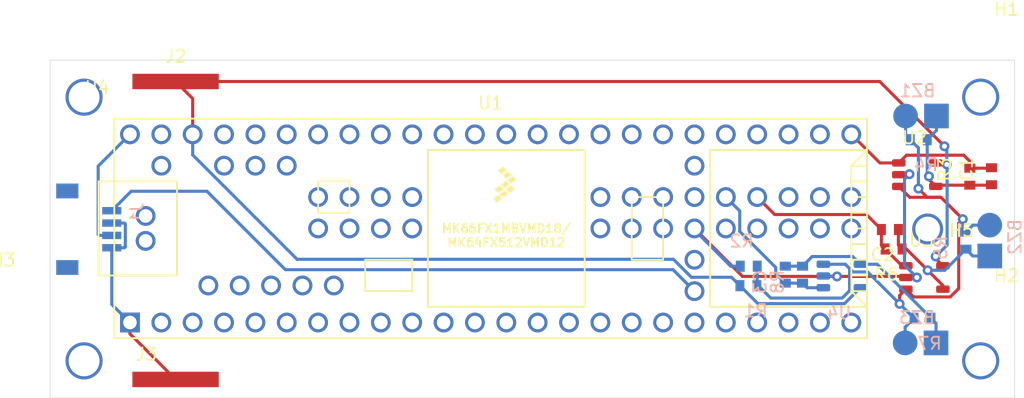
<source format=kicad_pcb>
(kicad_pcb (version 20171130) (host pcbnew 5.1.10)

  (general
    (thickness 1.6)
    (drawings 4)
    (tracks 173)
    (zones 0)
    (modules 26)
    (nets 93)
  )

  (page A4)
  (layers
    (0 F.Cu signal)
    (31 B.Cu signal)
    (32 B.Adhes user)
    (33 F.Adhes user)
    (34 B.Paste user)
    (35 F.Paste user)
    (36 B.SilkS user hide)
    (37 F.SilkS user hide)
    (38 B.Mask user)
    (39 F.Mask user)
    (40 Dwgs.User user)
    (41 Cmts.User user)
    (42 Eco1.User user)
    (43 Eco2.User user)
    (44 Edge.Cuts user)
    (45 Margin user)
    (46 B.CrtYd user hide)
    (47 F.CrtYd user hide)
    (48 B.Fab user hide)
    (49 F.Fab user hide)
  )

  (setup
    (last_trace_width 0.25)
    (trace_clearance 0.2)
    (zone_clearance 0.508)
    (zone_45_only no)
    (trace_min 0.2)
    (via_size 0.8)
    (via_drill 0.4)
    (via_min_size 0.4)
    (via_min_drill 0.3)
    (uvia_size 0.3)
    (uvia_drill 0.1)
    (uvias_allowed no)
    (uvia_min_size 0.2)
    (uvia_min_drill 0.1)
    (edge_width 0.05)
    (segment_width 0.2)
    (pcb_text_width 0.3)
    (pcb_text_size 1.5 1.5)
    (mod_edge_width 0.12)
    (mod_text_size 1 1)
    (mod_text_width 0.15)
    (pad_size 7 1.25)
    (pad_drill 0)
    (pad_to_mask_clearance 0)
    (aux_axis_origin 0 0)
    (visible_elements 7FFFFFFF)
    (pcbplotparams
      (layerselection 0x010cc_ffffffff)
      (usegerberextensions false)
      (usegerberattributes true)
      (usegerberadvancedattributes true)
      (creategerberjobfile true)
      (excludeedgelayer true)
      (linewidth 0.100000)
      (plotframeref false)
      (viasonmask false)
      (mode 1)
      (useauxorigin false)
      (hpglpennumber 1)
      (hpglpenspeed 20)
      (hpglpendiameter 15.000000)
      (psnegative false)
      (psa4output false)
      (plotreference true)
      (plotvalue true)
      (plotinvisibletext false)
      (padsonsilk false)
      (subtractmaskfromsilk false)
      (outputformat 1)
      (mirror false)
      (drillshape 0)
      (scaleselection 1)
      (outputdirectory "grbl_output/"))
  )

  (net 0 "")
  (net 1 VGND)
  (net 2 UNAMP15)
  (net 3 UNAMP16)
  (net 4 UNAMP17)
  (net 5 AMP15)
  (net 6 AMP16)
  (net 7 AMP17)
  (net 8 "Net-(J1-Pad5)")
  (net 9 +3V3)
  (net 10 AMP1)
  (net 11 GND)
  (net 12 AMP2)
  (net 13 AMP4)
  (net 14 AMP3)
  (net 15 AMP8)
  (net 16 AMP7)
  (net 17 AMP6)
  (net 18 AMP11)
  (net 19 AMP10)
  (net 20 AMP9)
  (net 21 AMP14)
  (net 22 AMP13)
  (net 23 AMP12)
  (net 24 "Net-(U1-Pad87)")
  (net 25 "Net-(U1-Pad88)")
  (net 26 "Net-(U1-Pad86)")
  (net 27 "Net-(U1-Pad85)")
  (net 28 "Net-(U1-Pad84)")
  (net 29 "Net-(U1-Pad83)")
  (net 30 "Net-(U1-Pad66)")
  (net 31 "Net-(U1-Pad65)")
  (net 32 "Net-(U1-Pad63)")
  (net 33 "Net-(U1-Pad64)")
  (net 34 "Net-(U1-Pad67)")
  (net 35 "Net-(U1-Pad82)")
  (net 36 "Net-(U1-Pad68)")
  (net 37 "Net-(U1-Pad81)")
  (net 38 "Net-(U1-Pad69)")
  (net 39 "Net-(U1-Pad80)")
  (net 40 "Net-(U1-Pad74)")
  (net 41 "Net-(U1-Pad75)")
  (net 42 "Net-(U1-Pad70)")
  (net 43 "Net-(U1-Pad71)")
  (net 44 "Net-(U1-Pad72)")
  (net 45 "Net-(U1-Pad73)")
  (net 46 "Net-(U1-Pad76)")
  (net 47 "Net-(U1-Pad77)")
  (net 48 "Net-(U1-Pad62)")
  (net 49 "Net-(U1-Pad61)")
  (net 50 "Net-(U1-Pad60)")
  (net 51 "Net-(U1-Pad59)")
  (net 52 "Net-(U1-Pad58)")
  (net 53 "Net-(U1-Pad55)")
  (net 54 "Net-(U1-Pad54)")
  (net 55 "Net-(U1-Pad52)")
  (net 56 "Net-(U1-Pad40)")
  (net 57 "Net-(U1-Pad39)")
  (net 58 "Net-(U1-Pad38)")
  (net 59 "Net-(U1-Pad2)")
  (net 60 "Net-(U1-Pad3)")
  (net 61 "Net-(U1-Pad4)")
  (net 62 "Net-(U1-Pad5)")
  (net 63 "Net-(U1-Pad6)")
  (net 64 "Net-(U1-Pad7)")
  (net 65 "Net-(U1-Pad8)")
  (net 66 "Net-(U1-Pad9)")
  (net 67 "Net-(U1-Pad10)")
  (net 68 "Net-(U1-Pad11)")
  (net 69 "Net-(U1-Pad12)")
  (net 70 "Net-(U1-Pad13)")
  (net 71 "Net-(U1-Pad37)")
  (net 72 "Net-(U1-Pad29)")
  (net 73 "Net-(U1-Pad28)")
  (net 74 "Net-(U1-Pad26)")
  (net 75 "Net-(U1-Pad22)")
  (net 76 "Net-(U1-Pad21)")
  (net 77 "Net-(U1-Pad14)")
  (net 78 "Net-(U1-Pad15)")
  (net 79 "Net-(U1-Pad16)")
  (net 80 "Net-(U1-Pad20)")
  (net 81 "Net-(U1-Pad19)")
  (net 82 "Net-(U1-Pad18)")
  (net 83 "Net-(U1-Pad17)")
  (net 84 "Net-(U1-Pad57)")
  (net 85 "Net-(U1-Pad56)")
  (net 86 "Net-(U1-Pad50)")
  (net 87 "Net-(U1-Pad24)")
  (net 88 "Net-(U1-Pad23)")
  (net 89 "Net-(U1-Pad49)")
  (net 90 "Net-(U1-Pad48)")
  (net 91 RTCBat)
  (net 92 BAT)

  (net_class Default "This is the default net class."
    (clearance 0.2)
    (trace_width 0.25)
    (via_dia 0.8)
    (via_drill 0.4)
    (uvia_dia 0.3)
    (uvia_drill 0.1)
    (add_net +3V3)
    (add_net AMP1)
    (add_net AMP10)
    (add_net AMP11)
    (add_net AMP12)
    (add_net AMP13)
    (add_net AMP14)
    (add_net AMP15)
    (add_net AMP16)
    (add_net AMP17)
    (add_net AMP2)
    (add_net AMP3)
    (add_net AMP4)
    (add_net AMP6)
    (add_net AMP7)
    (add_net AMP8)
    (add_net AMP9)
    (add_net BAT)
    (add_net GND)
    (add_net "Net-(J1-Pad5)")
    (add_net "Net-(U1-Pad10)")
    (add_net "Net-(U1-Pad11)")
    (add_net "Net-(U1-Pad12)")
    (add_net "Net-(U1-Pad13)")
    (add_net "Net-(U1-Pad14)")
    (add_net "Net-(U1-Pad15)")
    (add_net "Net-(U1-Pad16)")
    (add_net "Net-(U1-Pad17)")
    (add_net "Net-(U1-Pad18)")
    (add_net "Net-(U1-Pad19)")
    (add_net "Net-(U1-Pad2)")
    (add_net "Net-(U1-Pad20)")
    (add_net "Net-(U1-Pad21)")
    (add_net "Net-(U1-Pad22)")
    (add_net "Net-(U1-Pad23)")
    (add_net "Net-(U1-Pad24)")
    (add_net "Net-(U1-Pad26)")
    (add_net "Net-(U1-Pad28)")
    (add_net "Net-(U1-Pad29)")
    (add_net "Net-(U1-Pad3)")
    (add_net "Net-(U1-Pad37)")
    (add_net "Net-(U1-Pad38)")
    (add_net "Net-(U1-Pad39)")
    (add_net "Net-(U1-Pad4)")
    (add_net "Net-(U1-Pad40)")
    (add_net "Net-(U1-Pad48)")
    (add_net "Net-(U1-Pad49)")
    (add_net "Net-(U1-Pad5)")
    (add_net "Net-(U1-Pad50)")
    (add_net "Net-(U1-Pad52)")
    (add_net "Net-(U1-Pad54)")
    (add_net "Net-(U1-Pad55)")
    (add_net "Net-(U1-Pad56)")
    (add_net "Net-(U1-Pad57)")
    (add_net "Net-(U1-Pad58)")
    (add_net "Net-(U1-Pad59)")
    (add_net "Net-(U1-Pad6)")
    (add_net "Net-(U1-Pad60)")
    (add_net "Net-(U1-Pad61)")
    (add_net "Net-(U1-Pad62)")
    (add_net "Net-(U1-Pad63)")
    (add_net "Net-(U1-Pad64)")
    (add_net "Net-(U1-Pad65)")
    (add_net "Net-(U1-Pad66)")
    (add_net "Net-(U1-Pad67)")
    (add_net "Net-(U1-Pad68)")
    (add_net "Net-(U1-Pad69)")
    (add_net "Net-(U1-Pad7)")
    (add_net "Net-(U1-Pad70)")
    (add_net "Net-(U1-Pad71)")
    (add_net "Net-(U1-Pad72)")
    (add_net "Net-(U1-Pad73)")
    (add_net "Net-(U1-Pad74)")
    (add_net "Net-(U1-Pad75)")
    (add_net "Net-(U1-Pad76)")
    (add_net "Net-(U1-Pad77)")
    (add_net "Net-(U1-Pad8)")
    (add_net "Net-(U1-Pad80)")
    (add_net "Net-(U1-Pad81)")
    (add_net "Net-(U1-Pad82)")
    (add_net "Net-(U1-Pad83)")
    (add_net "Net-(U1-Pad84)")
    (add_net "Net-(U1-Pad85)")
    (add_net "Net-(U1-Pad86)")
    (add_net "Net-(U1-Pad87)")
    (add_net "Net-(U1-Pad88)")
    (add_net "Net-(U1-Pad9)")
    (add_net RTCBat)
    (add_net UNAMP15)
    (add_net UNAMP16)
    (add_net UNAMP17)
    (add_net VGND)
  )

  (module exocam_charge_amp:mount_hole_2.5mm (layer F.Cu) (tedit 61030A3E) (tstamp 610300ED)
    (at 126.9492 78.8797)
    (path /61037EA1)
    (fp_text reference H5 (at 1.4605 4.318) (layer F.SilkS)
      (effects (font (size 1 1) (thickness 0.15)))
    )
    (fp_text value MountingHole-Mechanical (at 0 -0.5) (layer F.Fab)
      (effects (font (size 1 1) (thickness 0.15)))
    )
    (pad 1 thru_hole circle (at -1.27 4.1873) (size 2.5 2.5) (drill 2) (layers *.Cu *.Mask))
  )

  (module exocam_charge_amp:mount_hole_3mm (layer F.Cu) (tedit 61165565) (tstamp 610E0CF4)
    (at 50.8 85.09)
    (path /60F8850D)
    (fp_text reference H3 (at 0 0.5) (layer F.SilkS)
      (effects (font (size 1 1) (thickness 0.15)))
    )
    (fp_text value MountingHole-Mechanical (at 0 -0.5) (layer F.Fab)
      (effects (font (size 1 1) (thickness 0.15)))
    )
    (pad 1 thru_hole circle (at 6.56 8.654) (size 3 3) (drill 2.5) (layers *.Cu *.Mask))
  )

  (module exocam_charge_amp:mount_hole_3mm (layer F.Cu) (tedit 6116555F) (tstamp 610E0848)
    (at 58.42 71.12)
    (path /60F8942D)
    (fp_text reference H4 (at 0 0.5) (layer F.SilkS)
      (effects (font (size 1 1) (thickness 0.15)))
    )
    (fp_text value MountingHole-Mechanical (at 0 -0.5) (layer F.Fab)
      (effects (font (size 1 1) (thickness 0.15)))
    )
    (pad 1 thru_hole circle (at -1.06 1.27) (size 3 3) (drill 2.5) (layers *.Cu *.Mask))
  )

  (module exocam_charge_amp:mount_hole_3mm (layer F.Cu) (tedit 61165578) (tstamp 610E083E)
    (at 132.08 86.36)
    (path /60F875E4)
    (fp_text reference H2 (at 0 0.5) (layer F.SilkS)
      (effects (font (size 1 1) (thickness 0.15)))
    )
    (fp_text value MountingHole-Mechanical (at 0 -0.5) (layer F.Fab)
      (effects (font (size 1 1) (thickness 0.15)))
    )
    (pad 1 thru_hole circle (at -2.106 7.384) (size 3 3) (drill 2.5) (layers *.Cu *.Mask))
  )

  (module exocam_charge_amp:mount_hole_3mm (layer F.Cu) (tedit 6116556A) (tstamp 610E0839)
    (at 132.08 64.77)
    (path /60F7FB22)
    (fp_text reference H1 (at 0 0.5) (layer F.SilkS)
      (effects (font (size 1 1) (thickness 0.15)))
    )
    (fp_text value MountingHole-Mechanical (at 0 -0.5) (layer F.Fab)
      (effects (font (size 1 1) (thickness 0.15)))
    )
    (pad 1 thru_hole circle (at -2.106 7.62) (size 3 3) (drill 2.5) (layers *.Cu *.Mask))
  )

  (module exocam_charge_amp:power_bus (layer F.Cu) (tedit 611656B1) (tstamp 61165835)
    (at 62.4078 92.71)
    (path /610C1AF2)
    (fp_text reference J3 (at 0 0.5) (layer F.SilkS)
      (effects (font (size 1 1) (thickness 0.15)))
    )
    (fp_text value GND_bus (at 0 -0.5) (layer F.Fab)
      (effects (font (size 1 1) (thickness 0.15)))
    )
    (pad 1 smd rect (at 2.3622 2.54) (size 7 1.25) (layers F.Cu F.Paste F.Mask)
      (net 11 GND))
  )

  (module exocam_charge_amp:power_bus (layer F.Cu) (tedit 610337DF) (tstamp 6103657A)
    (at 64.77 68.58)
    (path /610BF40F)
    (fp_text reference J2 (at 0 0.5) (layer F.SilkS)
      (effects (font (size 1 1) (thickness 0.15)))
    )
    (fp_text value "3.3v bus" (at 0 -0.5) (layer F.Fab)
      (effects (font (size 1 1) (thickness 0.15)))
    )
    (pad 1 smd rect (at 0 2.54) (size 7 1.25) (layers F.Cu F.Paste F.Mask)
      (net 9 +3V3))
  )

  (module teensy:Teensy35_36_All_Pins (layer F.Cu) (tedit 6026F021) (tstamp 61025451)
    (at 90.2843 83.0199)
    (path /60EFC6FB)
    (fp_text reference U1 (at 0 -10.16) (layer F.SilkS)
      (effects (font (size 1 1) (thickness 0.15)))
    )
    (fp_text value Teensy3.5_All_Pins (at 6.2484 26.9113) (layer F.Fab)
      (effects (font (size 1 1) (thickness 0.15)))
    )
    (fp_poly (pts (xy 1.27 -3.81) (xy 1.524 -3.556) (xy 1.143 -3.302) (xy 0.889 -3.556)) (layer F.SilkS) (width 0.1))
    (fp_poly (pts (xy 1.397 -4.572) (xy 1.651 -4.318) (xy 1.27 -4.064) (xy 1.016 -4.318)) (layer F.SilkS) (width 0.1))
    (fp_poly (pts (xy 1.651 -3.429) (xy 1.905 -3.175) (xy 1.524 -2.921) (xy 1.27 -3.175)) (layer F.SilkS) (width 0.1))
    (fp_poly (pts (xy 1.143 -3.048) (xy 1.397 -2.794) (xy 1.016 -2.54) (xy 0.762 -2.794)) (layer F.SilkS) (width 0.1))
    (fp_poly (pts (xy 1.778 -4.191) (xy 2.032 -3.937) (xy 1.651 -3.683) (xy 1.397 -3.937)) (layer F.SilkS) (width 0.1))
    (fp_poly (pts (xy 0.635 -2.667) (xy 0.889 -2.413) (xy 0.508 -2.159) (xy 0.254 -2.413)) (layer F.SilkS) (width 0.1))
    (fp_poly (pts (xy 0.762 -3.429) (xy 1.016 -3.175) (xy 0.635 -2.921) (xy 0.381 -3.175)) (layer F.SilkS) (width 0.1))
    (fp_poly (pts (xy 1.016 -4.953) (xy 1.27 -4.699) (xy 0.889 -4.445) (xy 0.635 -4.699)) (layer F.SilkS) (width 0.1))
    (fp_line (start -30.48 8.89) (end -30.48 -8.89) (layer F.SilkS) (width 0.15))
    (fp_line (start 30.48 -8.89) (end 30.48 8.89) (layer F.SilkS) (width 0.15))
    (fp_line (start 11.43 -2.54) (end 13.97 -2.54) (layer F.SilkS) (width 0.15))
    (fp_line (start 11.43 2.54) (end 11.43 -2.54) (layer F.SilkS) (width 0.15))
    (fp_line (start 13.97 2.54) (end 11.43 2.54) (layer F.SilkS) (width 0.15))
    (fp_line (start 13.97 -2.54) (end 13.97 2.54) (layer F.SilkS) (width 0.15))
    (fp_line (start -25.4 3.81) (end -30.48 3.81) (layer F.SilkS) (width 0.15))
    (fp_line (start -25.4 -3.81) (end -30.48 -3.81) (layer F.SilkS) (width 0.15))
    (fp_line (start -25.4 3.81) (end -25.4 -3.81) (layer F.SilkS) (width 0.15))
    (fp_line (start -31.75 -3.81) (end -30.48 -3.81) (layer F.SilkS) (width 0.15))
    (fp_line (start -31.75 3.81) (end -31.75 -3.81) (layer F.SilkS) (width 0.15))
    (fp_line (start -30.48 3.81) (end -31.75 3.81) (layer F.SilkS) (width 0.15))
    (fp_line (start -30.48 8.89) (end 30.48 8.89) (layer F.SilkS) (width 0.15))
    (fp_line (start 30.48 -8.89) (end -30.48 -8.89) (layer F.SilkS) (width 0.15))
    (fp_line (start 17.78 6.35) (end 30.48 6.35) (layer F.SilkS) (width 0.15))
    (fp_line (start 17.78 -6.35) (end 17.78 6.35) (layer F.SilkS) (width 0.15))
    (fp_line (start 30.48 -6.35) (end 17.78 -6.35) (layer F.SilkS) (width 0.15))
    (fp_line (start 29.21 -5.08) (end 30.48 -6.35) (layer F.SilkS) (width 0.15))
    (fp_line (start 29.21 5.08) (end 29.21 -5.08) (layer F.SilkS) (width 0.15))
    (fp_line (start 30.48 6.35) (end 29.21 5.08) (layer F.SilkS) (width 0.15))
    (fp_line (start 29.21 -5.08) (end 30.48 -5.08) (layer F.SilkS) (width 0.15))
    (fp_line (start 29.21 -3.81) (end 30.48 -3.81) (layer F.SilkS) (width 0.15))
    (fp_line (start 29.21 -2.54) (end 30.48 -2.54) (layer F.SilkS) (width 0.15))
    (fp_line (start 29.21 -1.27) (end 30.48 -1.27) (layer F.SilkS) (width 0.15))
    (fp_line (start 29.21 0) (end 30.48 0) (layer F.SilkS) (width 0.15))
    (fp_line (start 29.21 1.27) (end 30.48 1.27) (layer F.SilkS) (width 0.15))
    (fp_line (start 29.21 2.54) (end 30.48 2.54) (layer F.SilkS) (width 0.15))
    (fp_line (start 29.21 3.81) (end 30.48 3.81) (layer F.SilkS) (width 0.15))
    (fp_line (start 29.21 5.08) (end 30.48 5.08) (layer F.SilkS) (width 0.15))
    (fp_line (start -5.08 -6.35) (end 7.62 -6.35) (layer F.SilkS) (width 0.15))
    (fp_line (start -5.08 6.35) (end 7.62 6.35) (layer F.SilkS) (width 0.15))
    (fp_line (start -5.08 -6.35) (end -5.08 6.35) (layer F.SilkS) (width 0.15))
    (fp_line (start 7.62 6.35) (end 7.62 -6.35) (layer F.SilkS) (width 0.15))
    (fp_line (start -6.35 2.54) (end -6.35 5.08) (layer F.SilkS) (width 0.15))
    (fp_line (start -10.16 2.54) (end -6.35 2.54) (layer F.SilkS) (width 0.15))
    (fp_line (start -10.16 5.08) (end -10.16 2.54) (layer F.SilkS) (width 0.15))
    (fp_line (start -6.35 5.08) (end -10.16 5.08) (layer F.SilkS) (width 0.15))
    (fp_line (start -11.43 -3.81) (end -13.97 -3.81) (layer F.SilkS) (width 0.15))
    (fp_line (start -11.43 -1.27) (end -11.43 -3.81) (layer F.SilkS) (width 0.15))
    (fp_line (start -13.97 -1.27) (end -11.43 -1.27) (layer F.SilkS) (width 0.15))
    (fp_line (start -13.97 -3.81) (end -13.97 -1.27) (layer F.SilkS) (width 0.15))
    (fp_text user MK64FX512VMD12 (at 1.27 1.143) (layer F.SilkS)
      (effects (font (size 0.7 0.7) (thickness 0.15)))
    )
    (fp_text user MK66FX1MBVMD18/ (at 1.27 0) (layer F.SilkS)
      (effects (font (size 0.7 0.7) (thickness 0.15)))
    )
    (pad 87 thru_hole circle (at -27.94 -1.01) (size 1.6 1.6) (drill 1.1) (layers *.Cu *.Mask)
      (net 24 "Net-(U1-Pad87)"))
    (pad 88 thru_hole circle (at -27.94 1.01) (size 1.6 1.6) (drill 1.1) (layers *.Cu *.Mask)
      (net 25 "Net-(U1-Pad88)"))
    (pad 86 thru_hole circle (at -13.97 -2.54) (size 1.6 1.6) (drill 1.1) (layers *.Cu *.Mask)
      (net 26 "Net-(U1-Pad86)"))
    (pad 85 thru_hole circle (at -11.43 -2.54) (size 1.6 1.6) (drill 1.1) (layers *.Cu *.Mask)
      (net 27 "Net-(U1-Pad85)"))
    (pad 84 thru_hole circle (at -8.89 -2.54) (size 1.6 1.6) (drill 1.1) (layers *.Cu *.Mask)
      (net 28 "Net-(U1-Pad84)"))
    (pad 83 thru_hole circle (at -6.35 -2.54) (size 1.6 1.6) (drill 1.1) (layers *.Cu *.Mask)
      (net 29 "Net-(U1-Pad83)"))
    (pad 66 thru_hole circle (at -6.35 0) (size 1.6 1.6) (drill 1.1) (layers *.Cu *.Mask)
      (net 30 "Net-(U1-Pad66)"))
    (pad 65 thru_hole circle (at -8.89 0) (size 1.6 1.6) (drill 1.1) (layers *.Cu *.Mask)
      (net 31 "Net-(U1-Pad65)"))
    (pad 63 thru_hole circle (at -13.97 0) (size 1.6 1.6) (drill 1.1) (layers *.Cu *.Mask)
      (net 32 "Net-(U1-Pad63)"))
    (pad 64 thru_hole circle (at -11.43 0) (size 1.6 1.6) (drill 1.1) (layers *.Cu *.Mask)
      (net 33 "Net-(U1-Pad64)"))
    (pad 67 thru_hole circle (at 8.89 0) (size 1.6 1.6) (drill 1.1) (layers *.Cu *.Mask)
      (net 34 "Net-(U1-Pad67)"))
    (pad 82 thru_hole circle (at 8.89 -2.54) (size 1.6 1.6) (drill 1.1) (layers *.Cu *.Mask)
      (net 35 "Net-(U1-Pad82)"))
    (pad 68 thru_hole circle (at 11.43 0) (size 1.6 1.6) (drill 1.1) (layers *.Cu *.Mask)
      (net 36 "Net-(U1-Pad68)"))
    (pad 81 thru_hole circle (at 11.43 -2.54) (size 1.6 1.6) (drill 1.1) (layers *.Cu *.Mask)
      (net 37 "Net-(U1-Pad81)"))
    (pad 69 thru_hole circle (at 13.97 0) (size 1.6 1.6) (drill 1.1) (layers *.Cu *.Mask)
      (net 38 "Net-(U1-Pad69)"))
    (pad 80 thru_hole circle (at 13.97 -2.54) (size 1.6 1.6) (drill 1.1) (layers *.Cu *.Mask)
      (net 39 "Net-(U1-Pad80)"))
    (pad 74 thru_hole circle (at 29.21 0) (size 1.6 1.6) (drill 1.1) (layers *.Cu *.Mask)
      (net 40 "Net-(U1-Pad74)"))
    (pad 75 thru_hole circle (at 29.21 -2.54) (size 1.6 1.6) (drill 1.1) (layers *.Cu *.Mask)
      (net 41 "Net-(U1-Pad75)"))
    (pad 70 thru_hole circle (at 19.05 0) (size 1.6 1.6) (drill 1.1) (layers *.Cu *.Mask)
      (net 42 "Net-(U1-Pad70)"))
    (pad 71 thru_hole circle (at 21.59 0) (size 1.6 1.6) (drill 1.1) (layers *.Cu *.Mask)
      (net 43 "Net-(U1-Pad71)"))
    (pad 72 thru_hole circle (at 24.13 0) (size 1.6 1.6) (drill 1.1) (layers *.Cu *.Mask)
      (net 44 "Net-(U1-Pad72)"))
    (pad 73 thru_hole circle (at 26.67 0) (size 1.6 1.6) (drill 1.1) (layers *.Cu *.Mask)
      (net 45 "Net-(U1-Pad73)"))
    (pad 76 thru_hole circle (at 26.67 -2.54) (size 1.6 1.6) (drill 1.1) (layers *.Cu *.Mask)
      (net 46 "Net-(U1-Pad76)"))
    (pad 77 thru_hole circle (at 24.13 -2.54) (size 1.6 1.6) (drill 1.1) (layers *.Cu *.Mask)
      (net 47 "Net-(U1-Pad77)"))
    (pad 78 thru_hole circle (at 21.59 -2.54) (size 1.6 1.6) (drill 1.1) (layers *.Cu *.Mask)
      (net 6 AMP16))
    (pad 79 thru_hole circle (at 19.05 -2.54) (size 1.6 1.6) (drill 1.1) (layers *.Cu *.Mask)
      (net 7 AMP17))
    (pad 62 thru_hole circle (at -12.7 4.62) (size 1.6 1.6) (drill 1.1) (layers *.Cu *.Mask)
      (net 48 "Net-(U1-Pad62)"))
    (pad 61 thru_hole circle (at -15.24 4.62) (size 1.6 1.6) (drill 1.1) (layers *.Cu *.Mask)
      (net 49 "Net-(U1-Pad61)"))
    (pad 60 thru_hole circle (at -17.78 4.62) (size 1.6 1.6) (drill 1.1) (layers *.Cu *.Mask)
      (net 50 "Net-(U1-Pad60)"))
    (pad 59 thru_hole circle (at -20.32 4.62) (size 1.6 1.6) (drill 1.1) (layers *.Cu *.Mask)
      (net 51 "Net-(U1-Pad59)"))
    (pad 58 thru_hole circle (at -22.86 4.62) (size 1.6 1.6) (drill 1.1) (layers *.Cu *.Mask)
      (net 52 "Net-(U1-Pad58)"))
    (pad 57 thru_hole circle (at -16.51 -5.08) (size 1.6 1.6) (drill 1.1) (layers *.Cu *.Mask)
      (net 84 "Net-(U1-Pad57)"))
    (pad 56 thru_hole circle (at -19.05 -5.08) (size 1.6 1.6) (drill 1.1) (layers *.Cu *.Mask)
      (net 85 "Net-(U1-Pad56)"))
    (pad 55 thru_hole circle (at -21.59 -5.08) (size 1.6 1.6) (drill 1.1) (layers *.Cu *.Mask)
      (net 53 "Net-(U1-Pad55)"))
    (pad 54 thru_hole circle (at -26.67 -5.08) (size 1.6 1.6) (drill 1.1) (layers *.Cu *.Mask)
      (net 54 "Net-(U1-Pad54)"))
    (pad 53 thru_hole circle (at -29.21 -7.62) (size 1.6 1.6) (drill 1.1) (layers *.Cu *.Mask)
      (net 92 BAT))
    (pad 52 thru_hole circle (at -26.67 -7.62) (size 1.6 1.6) (drill 1.1) (layers *.Cu *.Mask)
      (net 55 "Net-(U1-Pad52)"))
    (pad 51 thru_hole circle (at -24.13 -7.62) (size 1.6 1.6) (drill 1.1) (layers *.Cu *.Mask)
      (net 9 +3V3))
    (pad 50 thru_hole circle (at -21.59 -7.62) (size 1.6 1.6) (drill 1.1) (layers *.Cu *.Mask)
      (net 86 "Net-(U1-Pad50)"))
    (pad 49 thru_hole circle (at -19.05 -7.62) (size 1.6 1.6) (drill 1.1) (layers *.Cu *.Mask)
      (net 89 "Net-(U1-Pad49)"))
    (pad 48 thru_hole circle (at -16.51 -7.62) (size 1.6 1.6) (drill 1.1) (layers *.Cu *.Mask)
      (net 90 "Net-(U1-Pad48)"))
    (pad 47 thru_hole circle (at -13.97 -7.62) (size 1.6 1.6) (drill 1.1) (layers *.Cu *.Mask)
      (net 21 AMP14))
    (pad 46 thru_hole circle (at -11.43 -7.62) (size 1.6 1.6) (drill 1.1) (layers *.Cu *.Mask)
      (net 22 AMP13))
    (pad 45 thru_hole circle (at -8.89 -7.62) (size 1.6 1.6) (drill 1.1) (layers *.Cu *.Mask)
      (net 23 AMP12))
    (pad 44 thru_hole circle (at -6.35 -7.62) (size 1.6 1.6) (drill 1.1) (layers *.Cu *.Mask)
      (net 13 AMP4))
    (pad 43 thru_hole circle (at -3.81 -7.62) (size 1.6 1.6) (drill 1.1) (layers *.Cu *.Mask)
      (net 14 AMP3))
    (pad 42 thru_hole circle (at -1.27 -7.62) (size 1.6 1.6) (drill 1.1) (layers *.Cu *.Mask)
      (net 12 AMP2))
    (pad 41 thru_hole circle (at 1.27 -7.62) (size 1.6 1.6) (drill 1.1) (layers *.Cu *.Mask)
      (net 10 AMP1))
    (pad 40 thru_hole circle (at 3.81 -7.62) (size 1.6 1.6) (drill 1.1) (layers *.Cu *.Mask)
      (net 56 "Net-(U1-Pad40)"))
    (pad 39 thru_hole circle (at 6.35 -7.62) (size 1.6 1.6) (drill 1.1) (layers *.Cu *.Mask)
      (net 57 "Net-(U1-Pad39)"))
    (pad 38 thru_hole circle (at 8.89 -7.62) (size 1.6 1.6) (drill 1.1) (layers *.Cu *.Mask)
      (net 58 "Net-(U1-Pad38)"))
    (pad 1 thru_hole rect (at -29.21 7.62) (size 1.6 1.6) (drill 1.1) (layers *.Cu *.Mask)
      (net 11 GND))
    (pad 2 thru_hole circle (at -26.67 7.62) (size 1.6 1.6) (drill 1.1) (layers *.Cu *.Mask)
      (net 59 "Net-(U1-Pad2)"))
    (pad 3 thru_hole circle (at -24.13 7.62) (size 1.6 1.6) (drill 1.1) (layers *.Cu *.Mask)
      (net 60 "Net-(U1-Pad3)"))
    (pad 4 thru_hole circle (at -21.59 7.62) (size 1.6 1.6) (drill 1.1) (layers *.Cu *.Mask)
      (net 61 "Net-(U1-Pad4)"))
    (pad 5 thru_hole circle (at -19.05 7.62) (size 1.6 1.6) (drill 1.1) (layers *.Cu *.Mask)
      (net 62 "Net-(U1-Pad5)"))
    (pad 6 thru_hole circle (at -16.51 7.62) (size 1.6 1.6) (drill 1.1) (layers *.Cu *.Mask)
      (net 63 "Net-(U1-Pad6)"))
    (pad 7 thru_hole circle (at -13.97 7.62) (size 1.6 1.6) (drill 1.1) (layers *.Cu *.Mask)
      (net 64 "Net-(U1-Pad7)"))
    (pad 8 thru_hole circle (at -11.43 7.62) (size 1.6 1.6) (drill 1.1) (layers *.Cu *.Mask)
      (net 65 "Net-(U1-Pad8)"))
    (pad 9 thru_hole circle (at -8.89 7.62) (size 1.6 1.6) (drill 1.1) (layers *.Cu *.Mask)
      (net 66 "Net-(U1-Pad9)"))
    (pad 10 thru_hole circle (at -6.35 7.62) (size 1.6 1.6) (drill 1.1) (layers *.Cu *.Mask)
      (net 67 "Net-(U1-Pad10)"))
    (pad 11 thru_hole circle (at -3.81 7.62) (size 1.6 1.6) (drill 1.1) (layers *.Cu *.Mask)
      (net 68 "Net-(U1-Pad11)"))
    (pad 12 thru_hole circle (at -1.27 7.62) (size 1.6 1.6) (drill 1.1) (layers *.Cu *.Mask)
      (net 69 "Net-(U1-Pad12)"))
    (pad 13 thru_hole circle (at 1.27 7.62) (size 1.6 1.6) (drill 1.1) (layers *.Cu *.Mask)
      (net 70 "Net-(U1-Pad13)"))
    (pad 37 thru_hole circle (at 11.43 -7.62) (size 1.6 1.6) (drill 1.1) (layers *.Cu *.Mask)
      (net 71 "Net-(U1-Pad37)"))
    (pad 36 thru_hole circle (at 13.97 -7.62) (size 1.6 1.6) (drill 1.1) (layers *.Cu *.Mask)
      (net 18 AMP11))
    (pad 35 thru_hole circle (at 16.51 -7.62) (size 1.6 1.6) (drill 1.1) (layers *.Cu *.Mask)
      (net 19 AMP10))
    (pad 34 thru_hole circle (at 19.05 -7.62) (size 1.6 1.6) (drill 1.1) (layers *.Cu *.Mask)
      (net 20 AMP9))
    (pad 33 thru_hole circle (at 21.59 -7.62) (size 1.6 1.6) (drill 1.1) (layers *.Cu *.Mask)
      (net 15 AMP8))
    (pad 32 thru_hole circle (at 24.13 -7.62) (size 1.6 1.6) (drill 1.1) (layers *.Cu *.Mask)
      (net 16 AMP7))
    (pad 31 thru_hole circle (at 26.67 -7.62) (size 1.6 1.6) (drill 1.1) (layers *.Cu *.Mask)
      (net 17 AMP6))
    (pad 30 thru_hole circle (at 29.21 -7.62) (size 1.6 1.6) (drill 1.1) (layers *.Cu *.Mask)
      (net 5 AMP15))
    (pad 29 thru_hole circle (at 16.51 -5.08) (size 1.6 1.6) (drill 1.1) (layers *.Cu *.Mask)
      (net 72 "Net-(U1-Pad29)"))
    (pad 28 thru_hole circle (at 16.51 -2.54) (size 1.6 1.6) (drill 1.1) (layers *.Cu *.Mask)
      (net 73 "Net-(U1-Pad28)"))
    (pad 27 thru_hole circle (at 16.51 0) (size 1.6 1.6) (drill 1.1) (layers *.Cu *.Mask)
      (net 11 GND))
    (pad 26 thru_hole circle (at 16.51 2.54) (size 1.6 1.6) (drill 1.1) (layers *.Cu *.Mask)
      (net 74 "Net-(U1-Pad26)"))
    (pad 25 thru_hole circle (at 16.51 5.08) (size 1.6 1.6) (drill 1.1) (layers *.Cu *.Mask)
      (net 91 RTCBat))
    (pad 24 thru_hole circle (at 29.21 7.62) (size 1.6 1.6) (drill 1.1) (layers *.Cu *.Mask)
      (net 87 "Net-(U1-Pad24)"))
    (pad 23 thru_hole circle (at 26.67 7.62) (size 1.6 1.6) (drill 1.1) (layers *.Cu *.Mask)
      (net 88 "Net-(U1-Pad23)"))
    (pad 22 thru_hole circle (at 24.13 7.62) (size 1.6 1.6) (drill 1.1) (layers *.Cu *.Mask)
      (net 75 "Net-(U1-Pad22)"))
    (pad 21 thru_hole circle (at 21.59 7.62) (size 1.6 1.6) (drill 1.1) (layers *.Cu *.Mask)
      (net 76 "Net-(U1-Pad21)"))
    (pad 14 thru_hole circle (at 3.81 7.62) (size 1.6 1.6) (drill 1.1) (layers *.Cu *.Mask)
      (net 77 "Net-(U1-Pad14)"))
    (pad 15 thru_hole circle (at 6.35 7.62) (size 1.6 1.6) (drill 1.1) (layers *.Cu *.Mask)
      (net 78 "Net-(U1-Pad15)"))
    (pad 16 thru_hole circle (at 8.89 7.62) (size 1.6 1.6) (drill 1.1) (layers *.Cu *.Mask)
      (net 79 "Net-(U1-Pad16)"))
    (pad 20 thru_hole circle (at 19.05 7.62) (size 1.6 1.6) (drill 1.1) (layers *.Cu *.Mask)
      (net 80 "Net-(U1-Pad20)"))
    (pad 19 thru_hole circle (at 16.51 7.62) (size 1.6 1.6) (drill 1.1) (layers *.Cu *.Mask)
      (net 81 "Net-(U1-Pad19)"))
    (pad 18 thru_hole circle (at 13.97 7.62) (size 1.6 1.6) (drill 1.1) (layers *.Cu *.Mask)
      (net 82 "Net-(U1-Pad18)"))
    (pad 17 thru_hole circle (at 11.43 7.62) (size 1.6 1.6) (drill 1.1) (layers *.Cu *.Mask)
      (net 83 "Net-(U1-Pad17)"))
    (model ${KICAD_USER_DIR}/teensy.pretty/Teensy_3.5_3.6_Assembly.STEP
      (offset (xyz -30.48 0 0))
      (scale (xyz 1 1 1))
      (rotate (xyz 0 0 0))
    )
  )

  (module exocam_charge_amp:jstsh4x1 (layer B.Cu) (tedit 60E60FBA) (tstamp 6102EC97)
    (at 62.1411 81.7753 90)
    (path /6111A17F)
    (fp_text reference J1 (at 0 -0.5 90) (layer B.SilkS)
      (effects (font (size 1 1) (thickness 0.15)) (justify mirror))
    )
    (fp_text value jstsh4x1 (at 0 0.5 90) (layer B.Fab)
      (effects (font (size 1 1) (thickness 0.15)) (justify mirror))
    )
    (fp_line (start -4.805 -6.84) (end 2.185 -6.84) (layer Dwgs.User) (width 0.12))
    (fp_line (start -4.805 -6.84) (end -4.805 -3) (layer Dwgs.User) (width 0.12))
    (fp_line (start 2.185 -3) (end -4.805 -3) (layer Dwgs.User) (width 0.12))
    (fp_line (start 2.185 -3) (end 2.185 -6.84) (layer Dwgs.User) (width 0.12))
    (pad 5 smd rect (at -4.41 -6.14 90) (size 1.2 1.8) (layers B.Cu B.Paste B.Mask)
      (net 8 "Net-(J1-Pad5)"))
    (pad 5 smd rect (at 1.79 -6.14 90) (size 1.2 1.8) (layers B.Cu B.Paste B.Mask)
      (net 8 "Net-(J1-Pad5)"))
    (pad 4 smd rect (at 0.19 -2.54 90) (size 0.6 1.55) (layers B.Cu B.Paste B.Mask)
      (net 91 RTCBat))
    (pad 3 smd rect (at -0.81 -2.54 90) (size 0.6 1.55) (layers B.Cu B.Paste B.Mask)
      (net 11 GND))
    (pad 2 smd rect (at -1.81 -2.54 90) (size 0.6 1.55) (layers B.Cu B.Paste B.Mask)
      (net 92 BAT))
    (pad 1 smd rect (at -2.81 -2.54 90) (size 0.6 1.55) (layers B.Cu B.Paste B.Mask)
      (net 11 GND))
  )

  (module exocam_charge_amp:TLV2271DBV (layer B.Cu) (tedit 60AC35F4) (tstamp 6102546C)
    (at 118.5009 90.3605)
    (path /60F3F468/60F6A561)
    (fp_text reference U4 (at 0 -0.5) (layer B.SilkS)
      (effects (font (size 1 1) (thickness 0.15)) (justify mirror))
    )
    (fp_text value TLV2771CDBVT (at 0 0.5) (layer B.Fab)
      (effects (font (size 1 1) (thickness 0.15)) (justify mirror))
    )
    (pad 4 smd roundrect (at 1.73 -4.44) (size 1.1 0.6) (layers B.Cu B.Paste B.Mask) (roundrect_rratio 0.25)
      (net 4 UNAMP17))
    (pad 3 smd roundrect (at -1.27 -4.44) (size 1.1 0.6) (layers B.Cu B.Paste B.Mask) (roundrect_rratio 0.25)
      (net 1 VGND))
    (pad 2 smd roundrect (at -1.27 -3.49) (size 1.1 0.6) (layers B.Cu B.Paste B.Mask) (roundrect_rratio 0.25)
      (net 11 GND))
    (pad 5 smd roundrect (at 1.73 -2.54) (size 1.1 0.6) (layers B.Cu B.Paste B.Mask) (roundrect_rratio 0.25)
      (net 9 +3V3))
    (pad 1 smd roundrect (at -1.27 -2.54) (size 1.1 0.6) (layers B.Cu B.Paste B.Mask) (roundrect_rratio 0.25)
      (net 7 AMP17))
  )

  (module exocam_charge_amp:TLV2271DBV (layer F.Cu) (tedit 60AC35F4) (tstamp 61025463)
    (at 125.1839 83.5025)
    (path /60F3F468/60F66909)
    (fp_text reference U3 (at 0 0.5) (layer F.SilkS)
      (effects (font (size 1 1) (thickness 0.15)))
    )
    (fp_text value TLV2771CDBVT (at 0 -0.5) (layer F.Fab)
      (effects (font (size 1 1) (thickness 0.15)))
    )
    (pad 1 smd roundrect (at -1.27 2.54) (size 1.1 0.6) (layers F.Cu F.Paste F.Mask) (roundrect_rratio 0.25)
      (net 6 AMP16))
    (pad 5 smd roundrect (at 1.73 2.54) (size 1.1 0.6) (layers F.Cu F.Paste F.Mask) (roundrect_rratio 0.25)
      (net 9 +3V3))
    (pad 2 smd roundrect (at -1.27 3.49) (size 1.1 0.6) (layers F.Cu F.Paste F.Mask) (roundrect_rratio 0.25)
      (net 11 GND))
    (pad 3 smd roundrect (at -1.27 4.44) (size 1.1 0.6) (layers F.Cu F.Paste F.Mask) (roundrect_rratio 0.25)
      (net 1 VGND))
    (pad 4 smd roundrect (at 1.73 4.44) (size 1.1 0.6) (layers F.Cu F.Paste F.Mask) (roundrect_rratio 0.25)
      (net 3 UNAMP16))
  )

  (module exocam_charge_amp:TLV2271DBV (layer F.Cu) (tedit 60AC35F4) (tstamp 6102545A)
    (at 124.6124 75.1763)
    (path /60F3F468/60F4268F)
    (fp_text reference U2 (at 0 0.5) (layer F.SilkS)
      (effects (font (size 1 1) (thickness 0.15)))
    )
    (fp_text value TLV2771CDBVT (at 0 -0.5) (layer F.Fab)
      (effects (font (size 1 1) (thickness 0.15)))
    )
    (pad 1 smd roundrect (at -1.27 2.54) (size 1.1 0.6) (layers F.Cu F.Paste F.Mask) (roundrect_rratio 0.25)
      (net 5 AMP15))
    (pad 5 smd roundrect (at 1.73 2.54) (size 1.1 0.6) (layers F.Cu F.Paste F.Mask) (roundrect_rratio 0.25)
      (net 9 +3V3))
    (pad 2 smd roundrect (at -1.27 3.49) (size 1.1 0.6) (layers F.Cu F.Paste F.Mask) (roundrect_rratio 0.25)
      (net 11 GND))
    (pad 3 smd roundrect (at -1.27 4.44) (size 1.1 0.6) (layers F.Cu F.Paste F.Mask) (roundrect_rratio 0.25)
      (net 1 VGND))
    (pad 4 smd roundrect (at 1.73 4.44) (size 1.1 0.6) (layers F.Cu F.Paste F.Mask) (roundrect_rratio 0.25)
      (net 2 UNAMP15))
  )

  (module exocam_charge_amp:0603_R (layer B.Cu) (tedit 60AC3F9B) (tstamp 610253C2)
    (at 113.0046 87.3472 270)
    (path /60F3F468/60F6A56D)
    (fp_text reference R8 (at 0 -0.5 90) (layer B.SilkS)
      (effects (font (size 1 1) (thickness 0.15)) (justify mirror))
    )
    (fp_text value 1M (at 0 0.5 90) (layer B.Fab)
      (effects (font (size 1 1) (thickness 0.15)) (justify mirror))
    )
    (pad 2 smd rect (at 0.105 -2.54 270) (size 0.725 0.9) (layers B.Cu B.Paste B.Mask)
      (net 7 AMP17))
    (pad 1 smd rect (at -1.27 -2.54 270) (size 0.725 0.9) (layers B.Cu B.Paste B.Mask)
      (net 4 UNAMP17))
  )

  (module exocam_charge_amp:0603_R (layer B.Cu) (tedit 60AC3F9B) (tstamp 610253BC)
    (at 125.8443 92.837)
    (path /60F3F468/60F6A588)
    (fp_text reference R7 (at 0 -0.5) (layer B.SilkS)
      (effects (font (size 1 1) (thickness 0.15)) (justify mirror))
    )
    (fp_text value 1M (at 0 0.5) (layer B.Fab)
      (effects (font (size 1 1) (thickness 0.15)) (justify mirror))
    )
    (pad 2 smd rect (at 0.105 -2.54) (size 0.725 0.9) (layers B.Cu B.Paste B.Mask)
      (net 4 UNAMP17))
    (pad 1 smd rect (at -1.27 -2.54) (size 0.725 0.9) (layers B.Cu B.Paste B.Mask)
      (net 1 VGND))
  )

  (module exocam_charge_amp:0603_R (layer F.Cu) (tedit 60AC3F9B) (tstamp 610253B6)
    (at 122.3391 87.2236 180)
    (path /60F3F468/60F66915)
    (fp_text reference R6 (at 0 0.5) (layer F.SilkS)
      (effects (font (size 1 1) (thickness 0.15)))
    )
    (fp_text value 1M (at 0 -0.5) (layer F.Fab)
      (effects (font (size 1 1) (thickness 0.15)))
    )
    (pad 2 smd rect (at 0.105 2.54 180) (size 0.725 0.9) (layers F.Cu F.Paste F.Mask)
      (net 6 AMP16))
    (pad 1 smd rect (at -1.27 2.54 180) (size 0.725 0.9) (layers F.Cu F.Paste F.Mask)
      (net 3 UNAMP16))
  )

  (module exocam_charge_amp:0603_R (layer B.Cu) (tedit 60AC3F9B) (tstamp 610253B0)
    (at 126.238 84.5913 270)
    (path /60F3F468/60F66930)
    (fp_text reference R5 (at 0 -0.5 90) (layer B.SilkS)
      (effects (font (size 1 1) (thickness 0.15)) (justify mirror))
    )
    (fp_text value 1M (at 0 0.5 90) (layer B.Fab)
      (effects (font (size 1 1) (thickness 0.15)) (justify mirror))
    )
    (pad 2 smd rect (at 0.105 -2.54 270) (size 0.725 0.9) (layers B.Cu B.Paste B.Mask)
      (net 3 UNAMP16))
    (pad 1 smd rect (at -1.27 -2.54 270) (size 0.725 0.9) (layers B.Cu B.Paste B.Mask)
      (net 1 VGND))
  )

  (module exocam_charge_amp:0603_R (layer B.Cu) (tedit 60AC3F9B) (tstamp 610253AA)
    (at 125.5395 78.3717)
    (path /60F3F468/60F4A76F)
    (fp_text reference R4 (at 0 -0.5) (layer B.SilkS)
      (effects (font (size 1 1) (thickness 0.15)) (justify mirror))
    )
    (fp_text value 1M (at 0 0.5) (layer B.Fab)
      (effects (font (size 1 1) (thickness 0.15)) (justify mirror))
    )
    (pad 2 smd rect (at 0.105 -2.54) (size 0.725 0.9) (layers B.Cu B.Paste B.Mask)
      (net 2 UNAMP15))
    (pad 1 smd rect (at -1.27 -2.54) (size 0.725 0.9) (layers B.Cu B.Paste B.Mask)
      (net 1 VGND))
  )

  (module exocam_charge_amp:0603_R (layer F.Cu) (tedit 60AC3F9B) (tstamp 610253A4)
    (at 126.5555 78.2481 90)
    (path /60F3F468/60F43CAE)
    (fp_text reference R3 (at 0 0.5 90) (layer F.SilkS)
      (effects (font (size 1 1) (thickness 0.15)))
    )
    (fp_text value 1M (at 0 -0.5 90) (layer F.Fab)
      (effects (font (size 1 1) (thickness 0.15)))
    )
    (pad 2 smd rect (at 0.105 2.54 90) (size 0.725 0.9) (layers F.Cu F.Paste F.Mask)
      (net 5 AMP15))
    (pad 1 smd rect (at -1.27 2.54 90) (size 0.725 0.9) (layers F.Cu F.Paste F.Mask)
      (net 2 UNAMP15))
  )

  (module exocam_charge_amp:0603_R (layer B.Cu) (tedit 60AC3F9B) (tstamp 6102539E)
    (at 110.6077 83.5406 180)
    (path /60F3F468/60F47F6A)
    (fp_text reference R2 (at 0 -0.5) (layer B.SilkS)
      (effects (font (size 1 1) (thickness 0.15)) (justify mirror))
    )
    (fp_text value 1k (at 0 0.5) (layer B.Fab)
      (effects (font (size 1 1) (thickness 0.15)) (justify mirror))
    )
    (pad 2 smd rect (at 0.105 -2.54 180) (size 0.725 0.9) (layers B.Cu B.Paste B.Mask)
      (net 11 GND))
    (pad 1 smd rect (at -1.27 -2.54 180) (size 0.725 0.9) (layers B.Cu B.Paste B.Mask)
      (net 1 VGND))
  )

  (module exocam_charge_amp:0603_R (layer B.Cu) (tedit 60AC3F9B) (tstamp 61031E51)
    (at 111.7439 90.1954)
    (path /60F3F468/60F473D1)
    (fp_text reference R1 (at 0 -0.5 180) (layer B.SilkS)
      (effects (font (size 1 1) (thickness 0.15)) (justify mirror))
    )
    (fp_text value 1k (at 0 0.5 180) (layer B.Fab)
      (effects (font (size 1 1) (thickness 0.15)) (justify mirror))
    )
    (pad 2 smd rect (at 0.105 -2.54) (size 0.725 0.9) (layers B.Cu B.Paste B.Mask)
      (net 1 VGND))
    (pad 1 smd rect (at -1.27 -2.54) (size 0.725 0.9) (layers B.Cu B.Paste B.Mask)
      (net 9 +3V3))
  )

  (module exocam_charge_amp:0603_R (layer B.Cu) (tedit 60AC3F9B) (tstamp 61025306)
    (at 111.6076 87.3472 270)
    (path /60F3F468/60F6A567)
    (fp_text reference C3 (at 0 -0.5 270) (layer B.SilkS)
      (effects (font (size 1 1) (thickness 0.15)) (justify mirror))
    )
    (fp_text value 5pF (at 0 0.5 270) (layer B.Fab)
      (effects (font (size 1 1) (thickness 0.15)) (justify mirror))
    )
    (pad 2 smd rect (at 0.105 -2.54 270) (size 0.725 0.9) (layers B.Cu B.Paste B.Mask)
      (net 7 AMP17))
    (pad 1 smd rect (at -1.27 -2.54 270) (size 0.725 0.9) (layers B.Cu B.Paste B.Mask)
      (net 4 UNAMP17))
  )

  (module exocam_charge_amp:0603_R (layer F.Cu) (tedit 60AC3F9B) (tstamp 61025300)
    (at 122.0377 85.6488 180)
    (path /60F3F468/60F6690F)
    (fp_text reference C2 (at 0 0.5) (layer F.SilkS)
      (effects (font (size 1 1) (thickness 0.15)))
    )
    (fp_text value 5pF (at 0 -0.5) (layer F.Fab)
      (effects (font (size 1 1) (thickness 0.15)))
    )
    (pad 2 smd rect (at 0.105 2.54 180) (size 0.725 0.9) (layers F.Cu F.Paste F.Mask)
      (net 6 AMP16))
    (pad 1 smd rect (at -1.27 2.54 180) (size 0.725 0.9) (layers F.Cu F.Paste F.Mask)
      (net 3 UNAMP16))
  )

  (module exocam_charge_amp:0603_R (layer F.Cu) (tedit 60AC3F9B) (tstamp 610252FA)
    (at 128.3081 78.21 90)
    (path /60F3F468/60F42E52)
    (fp_text reference C1 (at 0 0.5 90) (layer F.SilkS)
      (effects (font (size 1 1) (thickness 0.15)))
    )
    (fp_text value 5pF (at 0 -0.5 90) (layer F.Fab)
      (effects (font (size 1 1) (thickness 0.15)))
    )
    (pad 2 smd rect (at 0.105 2.54 90) (size 0.725 0.9) (layers F.Cu F.Paste F.Mask)
      (net 5 AMP15))
    (pad 1 smd rect (at -1.27 2.54 90) (size 0.725 0.9) (layers F.Cu F.Paste F.Mask)
      (net 2 UNAMP15))
  )

  (module exocam_charge_amp:piezo_buzzer_alt (layer B.Cu) (tedit 60DF5EBD) (tstamp 610252F4)
    (at 124.8156 89.7509 180)
    (path /60F3F468/60F6A582)
    (fp_text reference BZ3 (at 0 -0.5 180) (layer B.SilkS)
      (effects (font (size 1 1) (thickness 0.15)) (justify mirror))
    )
    (fp_text value Buzzer (at 0 0.5 180) (layer B.Fab)
      (effects (font (size 1 1) (thickness 0.15)) (justify mirror))
    )
    (pad 2 smd circle (at 0.96 -2.54 180) (size 2 2) (layers B.Cu B.Paste B.Mask)
      (net 1 VGND))
    (pad 1 smd rect (at -1.54 -2.54 180) (size 2 2) (layers B.Cu B.Paste B.Mask)
      (net 4 UNAMP17))
  )

  (module exocam_charge_amp:piezo_buzzer_alt (layer B.Cu) (tedit 60DF5EBD) (tstamp 610252EE)
    (at 133.2484 83.7132 90)
    (path /60F3F468/60F6692A)
    (fp_text reference BZ2 (at 0 -0.5 90) (layer B.SilkS)
      (effects (font (size 1 1) (thickness 0.15)) (justify mirror))
    )
    (fp_text value Buzzer (at 0 0.5 90) (layer B.Fab)
      (effects (font (size 1 1) (thickness 0.15)) (justify mirror))
    )
    (pad 1 smd rect (at -1.54 -2.54 90) (size 2 2) (layers B.Cu B.Paste B.Mask)
      (net 3 UNAMP16))
    (pad 2 smd circle (at 0.96 -2.54 90) (size 2 2) (layers B.Cu B.Paste B.Mask)
      (net 1 VGND))
  )

  (module exocam_charge_amp:piezo_buzzer_alt (layer B.Cu) (tedit 60DF5EBD) (tstamp 610252E8)
    (at 124.8504 71.374 180)
    (path /60F3F468/60F46701)
    (fp_text reference BZ1 (at 0 -0.5) (layer B.SilkS)
      (effects (font (size 1 1) (thickness 0.15)) (justify mirror))
    )
    (fp_text value Buzzer (at 0 0.5) (layer B.Fab)
      (effects (font (size 1 1) (thickness 0.15)) (justify mirror))
    )
    (pad 2 smd circle (at 0.96 -2.54 180) (size 2 2) (layers B.Cu B.Paste B.Mask)
      (net 1 VGND))
    (pad 1 smd rect (at -1.54 -2.54 180) (size 2 2) (layers B.Cu B.Paste B.Mask)
      (net 2 UNAMP15))
  )

  (gr_line (start 54.61 69.39) (end 54.61 96.744) (layer Edge.Cuts) (width 0.05))
  (gr_line (start 54.61 96.744) (end 132.724 96.744) (layer Edge.Cuts) (width 0.05))
  (gr_line (start 132.724 69.39) (end 132.724 96.744) (layer Edge.Cuts) (width 0.05) (tstamp 6102DFF0))
  (gr_line (start 54.61 69.39) (end 132.724 69.39) (layer Edge.Cuts) (width 0.05))

  (segment (start 111.8777 87.6266) (end 111.8489 87.6554) (width 0.25) (layer B.Cu) (net 1))
  (segment (start 111.8777 86.0806) (end 111.8777 87.6266) (width 0.25) (layer B.Cu) (net 1))
  (segment (start 123.8904 75.4526) (end 124.2695 75.8317) (width 0.25) (layer B.Cu) (net 1))
  (segment (start 123.8904 73.914) (end 123.8904 75.4526) (width 0.25) (layer B.Cu) (net 1))
  (segment (start 129.3461 82.7532) (end 128.778 83.3213) (width 0.25) (layer B.Cu) (net 1))
  (segment (start 130.7084 82.7532) (end 129.3461 82.7532) (width 0.25) (layer B.Cu) (net 1))
  (segment (start 123.8556 91.0157) (end 124.5743 90.297) (width 0.25) (layer B.Cu) (net 1))
  (segment (start 123.8556 92.2909) (end 123.8556 91.0157) (width 0.25) (layer B.Cu) (net 1))
  (segment (start 120.82281 86.54551) (end 123.4059 89.1286) (width 0.25) (layer B.Cu) (net 1))
  (segment (start 119.009132 85.9205) (end 119.634142 86.54551) (width 0.25) (layer B.Cu) (net 1))
  (segment (start 117.2309 85.9205) (end 119.009132 85.9205) (width 0.25) (layer B.Cu) (net 1))
  (segment (start 119.85489 86.54551) (end 120.82281 86.54551) (width 0.25) (layer B.Cu) (net 1))
  (segment (start 119.634142 86.54551) (end 119.85489 86.54551) (width 0.25) (layer B.Cu) (net 1))
  (segment (start 123.4059 89.1286) (end 124.5743 90.297) (width 0.25) (layer B.Cu) (net 1) (tstamp 6103229B))
  (via (at 123.4059 89.1286) (size 0.8) (drill 0.4) (layers F.Cu B.Cu) (net 1))
  (segment (start 123.4059 88.4505) (end 123.9139 87.9425) (width 0.25) (layer F.Cu) (net 1))
  (segment (start 123.4059 89.1286) (end 123.4059 88.4505) (width 0.25) (layer F.Cu) (net 1))
  (segment (start 111.8489 87.6554) (end 111.9632 87.6554) (width 0.25) (layer B.Cu) (net 1))
  (segment (start 112.9665 88.6587) (end 118.75629 88.6587) (width 0.25) (layer B.Cu) (net 1))
  (segment (start 111.9632 87.6554) (end 112.9665 88.6587) (width 0.25) (layer B.Cu) (net 1))
  (segment (start 119.35589 86.267258) (end 119.009132 85.9205) (width 0.25) (layer B.Cu) (net 1))
  (segment (start 119.35589 88.0591) (end 119.35589 86.267258) (width 0.25) (layer B.Cu) (net 1))
  (segment (start 118.75629 88.6587) (end 119.35589 88.0591) (width 0.25) (layer B.Cu) (net 1))
  (segment (start 124.53891 88.56751) (end 127.510658 88.56751) (width 0.25) (layer F.Cu) (net 1))
  (segment (start 127.510658 88.56751) (end 128.1938 87.884368) (width 0.25) (layer F.Cu) (net 1))
  (segment (start 123.9139 87.9425) (end 124.53891 88.56751) (width 0.25) (layer F.Cu) (net 1))
  (segment (start 128.1938 87.884368) (end 128.1938 82.6008) (width 0.25) (layer F.Cu) (net 1))
  (segment (start 128.1938 82.6008) (end 128.524 82.2706) (width 0.25) (layer F.Cu) (net 1))
  (segment (start 128.524 82.2706) (end 128.524 82.2706) (width 0.25) (layer F.Cu) (net 1) (tstamp 61034719))
  (via (at 128.524 82.2706) (size 0.8) (drill 0.4) (layers F.Cu B.Cu) (net 1))
  (segment (start 128.524 83.0673) (end 128.778 83.3213) (width 0.25) (layer B.Cu) (net 1))
  (segment (start 128.524 82.2706) (end 128.524 83.0673) (width 0.25) (layer B.Cu) (net 1))
  (segment (start 124.931001 76.493201) (end 124.2695 75.8317) (width 0.25) (layer B.Cu) (net 1))
  (segment (start 124.931001 79.792999) (end 124.931001 79.792999) (width 0.25) (layer B.Cu) (net 1))
  (segment (start 127.98425 81.73085) (end 126.75235 80.49895) (width 0.25) (layer F.Cu) (net 1))
  (segment (start 128.524 82.2706) (end 127.98425 81.73085) (width 0.25) (layer F.Cu) (net 1))
  (segment (start 127.98425 81.73085) (end 127.745399 81.491999) (width 0.25) (layer F.Cu) (net 1))
  (segment (start 124.22505 80.49895) (end 123.3424 79.6163) (width 0.25) (layer F.Cu) (net 1))
  (segment (start 126.75235 80.49895) (end 124.22505 80.49895) (width 0.25) (layer F.Cu) (net 1))
  (segment (start 124.931001 79.792999) (end 124.931001 76.493201) (width 0.25) (layer B.Cu) (net 1) (tstamp 610348A1))
  (via (at 124.931001 79.792999) (size 0.8) (drill 0.4) (layers F.Cu B.Cu) (net 1))
  (segment (start 125.636952 80.49895) (end 126.75235 80.49895) (width 0.25) (layer F.Cu) (net 1))
  (segment (start 124.931001 79.792999) (end 125.636952 80.49895) (width 0.25) (layer F.Cu) (net 1))
  (segment (start 130.81 79.5181) (end 130.8481 79.48) (width 0.25) (layer F.Cu) (net 2))
  (segment (start 129.0955 79.5181) (end 130.81 79.5181) (width 0.25) (layer F.Cu) (net 2))
  (segment (start 126.4406 79.5181) (end 126.3424 79.6163) (width 0.25) (layer F.Cu) (net 2))
  (segment (start 129.0955 79.5181) (end 126.4406 79.5181) (width 0.25) (layer F.Cu) (net 2))
  (segment (start 126.3904 75.0858) (end 125.6445 75.8317) (width 0.25) (layer B.Cu) (net 2))
  (segment (start 126.3904 73.914) (end 126.3904 75.0858) (width 0.25) (layer B.Cu) (net 2))
  (segment (start 125.6445 75.8317) (end 125.6445 78.6672) (width 0.25) (layer B.Cu) (net 2))
  (segment (start 125.6445 78.6672) (end 125.7808 78.8035) (width 0.25) (layer B.Cu) (net 2))
  (segment (start 125.7808 78.8035) (end 125.7808 78.8035) (width 0.25) (layer B.Cu) (net 2) (tstamp 610347A4))
  (via (at 125.7808 78.8035) (size 0.8) (drill 0.4) (layers F.Cu B.Cu) (net 2))
  (segment (start 125.7808 79.0547) (end 126.3424 79.6163) (width 0.25) (layer F.Cu) (net 2))
  (segment (start 125.7808 78.8035) (end 125.7808 79.0547) (width 0.25) (layer F.Cu) (net 2))
  (segment (start 123.3077 84.3822) (end 123.6091 84.6836) (width 0.25) (layer F.Cu) (net 3))
  (segment (start 123.3077 83.1088) (end 123.3077 84.3822) (width 0.25) (layer F.Cu) (net 3))
  (segment (start 129.3349 85.2532) (end 128.778 84.6963) (width 0.25) (layer B.Cu) (net 3))
  (segment (start 130.7084 85.2532) (end 129.3349 85.2532) (width 0.25) (layer B.Cu) (net 3))
  (segment (start 128.778 84.6963) (end 128.7018 84.6963) (width 0.25) (layer B.Cu) (net 3))
  (segment (start 123.955 84.6836) (end 123.6091 84.6836) (width 0.25) (layer F.Cu) (net 3))
  (segment (start 126.9139 87.6425) (end 126.3157 87.0443) (width 0.25) (layer F.Cu) (net 3))
  (segment (start 126.9139 87.9425) (end 126.9139 87.6425) (width 0.25) (layer F.Cu) (net 3))
  (segment (start 126.3157 87.0443) (end 125.6807 86.4093) (width 0.25) (layer F.Cu) (net 3) (tstamp 610DA7F7))
  (segment (start 128.6637 84.6963) (end 128.778 84.6963) (width 0.25) (layer B.Cu) (net 3))
  (segment (start 125.6807 86.4093) (end 123.955 84.6836) (width 0.25) (layer F.Cu) (net 3) (tstamp 610DA865))
  (via (at 125.6807 86.4093) (size 0.8) (drill 0.4) (layers F.Cu B.Cu) (net 3))
  (segment (start 127.065 86.4093) (end 125.6807 86.4093) (width 0.25) (layer B.Cu) (net 3))
  (segment (start 128.778 84.6963) (end 127.065 86.4093) (width 0.25) (layer B.Cu) (net 3))
  (segment (start 119.60589 85.29549) (end 120.2309 85.9205) (width 0.25) (layer B.Cu) (net 4))
  (segment (start 116.32631 85.29549) (end 119.60589 85.29549) (width 0.25) (layer B.Cu) (net 4))
  (segment (start 115.5446 86.0772) (end 116.32631 85.29549) (width 0.25) (layer B.Cu) (net 4))
  (segment (start 114.1476 86.0772) (end 115.5446 86.0772) (width 0.25) (layer B.Cu) (net 4))
  (segment (start 126.3556 90.7033) (end 125.9493 90.297) (width 0.25) (layer B.Cu) (net 4))
  (segment (start 126.3556 92.2909) (end 126.3556 90.7033) (width 0.25) (layer B.Cu) (net 4))
  (segment (start 121.595302 85.9205) (end 120.2309 85.9205) (width 0.25) (layer B.Cu) (net 4))
  (segment (start 125.9493 90.274498) (end 121.595302 85.9205) (width 0.25) (layer B.Cu) (net 4))
  (segment (start 125.9493 90.297) (end 125.9493 90.274498) (width 0.25) (layer B.Cu) (net 4))
  (segment (start 130.81 78.1431) (end 130.8481 78.105) (width 0.25) (layer F.Cu) (net 5))
  (segment (start 129.0955 78.1431) (end 130.81 78.1431) (width 0.25) (layer F.Cu) (net 5))
  (segment (start 129.0955 78.1431) (end 129.0955 77.5843) (width 0.25) (layer F.Cu) (net 5))
  (segment (start 123.96741 77.09129) (end 123.3424 77.7163) (width 0.25) (layer F.Cu) (net 5))
  (segment (start 128.60249 77.09129) (end 123.96741 77.09129) (width 0.25) (layer F.Cu) (net 5))
  (segment (start 129.0955 77.5843) (end 128.60249 77.09129) (width 0.25) (layer F.Cu) (net 5))
  (segment (start 121.8107 77.7163) (end 119.4943 75.3999) (width 0.25) (layer F.Cu) (net 5))
  (segment (start 123.3424 77.7163) (end 121.8107 77.7163) (width 0.25) (layer F.Cu) (net 5))
  (segment (start 123.593 86.0425) (end 123.9139 86.0425) (width 0.25) (layer F.Cu) (net 6))
  (segment (start 122.2341 84.6836) (end 123.593 86.0425) (width 0.25) (layer F.Cu) (net 6))
  (segment (start 113.289299 81.894899) (end 111.8743 80.4799) (width 0.25) (layer F.Cu) (net 6))
  (segment (start 120.718799 81.894899) (end 113.289299 81.894899) (width 0.25) (layer F.Cu) (net 6))
  (segment (start 121.9327 83.1088) (end 120.718799 81.894899) (width 0.25) (layer F.Cu) (net 6))
  (segment (start 121.9327 84.3822) (end 122.2341 84.6836) (width 0.25) (layer F.Cu) (net 6))
  (segment (start 121.9327 83.1088) (end 121.9327 84.3822) (width 0.25) (layer F.Cu) (net 6))
  (segment (start 114.1476 87.4522) (end 115.5446 87.4522) (width 0.25) (layer B.Cu) (net 7))
  (segment (start 115.9129 87.8205) (end 117.2309 87.8205) (width 0.25) (layer B.Cu) (net 7))
  (segment (start 115.5446 87.4522) (end 115.9129 87.8205) (width 0.25) (layer B.Cu) (net 7))
  (segment (start 113.372599 86.677199) (end 114.1476 87.4522) (width 0.25) (layer B.Cu) (net 7))
  (segment (start 113.372599 86.177997) (end 113.372599 86.677199) (width 0.25) (layer B.Cu) (net 7))
  (segment (start 110.459301 83.264699) (end 113.372599 86.177997) (width 0.25) (layer B.Cu) (net 7))
  (segment (start 110.459301 81.604901) (end 110.459301 83.264699) (width 0.25) (layer B.Cu) (net 7))
  (segment (start 109.3343 80.4799) (end 110.459301 81.604901) (width 0.25) (layer B.Cu) (net 7))
  (segment (start 110.5281 87.6554) (end 110.4739 87.6554) (width 0.25) (layer B.Cu) (net 9))
  (segment (start 110.104499 87.285999) (end 110.4739 87.6554) (width 0.25) (layer B.Cu) (net 9))
  (via (at 126.3269 85.2932) (size 0.8) (drill 0.4) (layers F.Cu B.Cu) (net 9))
  (segment (start 126.3269 85.4555) (end 126.9139 86.0425) (width 0.25) (layer F.Cu) (net 9))
  (segment (start 126.3269 85.2932) (end 126.3269 85.4555) (width 0.25) (layer F.Cu) (net 9))
  (segment (start 126.3424 77.7163) (end 127.1066 77.7163) (width 0.25) (layer F.Cu) (net 9))
  (segment (start 127.1066 77.7163) (end 127.2286 77.8383) (width 0.25) (layer F.Cu) (net 9))
  (segment (start 127.2286 77.8383) (end 127.2286 77.8383) (width 0.25) (layer F.Cu) (net 9) (tstamp 610346AD))
  (via (at 127.2286 77.8383) (size 0.8) (drill 0.4) (layers F.Cu B.Cu) (net 9))
  (segment (start 109.793399 86.974899) (end 110.4739 87.6554) (width 0.25) (layer B.Cu) (net 9))
  (segment (start 106.544297 86.974899) (end 109.793399 86.974899) (width 0.25) (layer B.Cu) (net 9))
  (segment (start 110.4739 87.6554) (end 111.927209 89.108709) (width 0.25) (layer B.Cu) (net 9))
  (segment (start 127.2286 77.8383) (end 127.2286 76.5556) (width 0.25) (layer B.Cu) (net 9))
  (segment (start 127.2286 76.5556) (end 127.0381 76.3651) (width 0.25) (layer B.Cu) (net 9))
  (segment (start 127.0381 76.3651) (end 127.0381 76.3651) (width 0.25) (layer B.Cu) (net 9) (tstamp 61034B2B))
  (via (at 127.0381 76.3651) (size 0.8) (drill 0.4) (layers F.Cu B.Cu) (net 9))
  (segment (start 127.254201 77.863901) (end 127.2286 77.8383) (width 0.25) (layer B.Cu) (net 9))
  (segment (start 127.254201 84.365899) (end 127.254201 77.863901) (width 0.25) (layer B.Cu) (net 9))
  (segment (start 126.3269 85.2932) (end 127.254201 84.365899) (width 0.25) (layer B.Cu) (net 9))
  (segment (start 66.1543 77.064902) (end 74.611198 85.5218) (width 0.25) (layer B.Cu) (net 9))
  (segment (start 66.1543 75.3999) (end 66.1543 77.064902) (width 0.25) (layer B.Cu) (net 9))
  (segment (start 105.091198 85.5218) (end 106.317399 86.748001) (width 0.25) (layer B.Cu) (net 9))
  (segment (start 74.611198 85.5218) (end 105.091198 85.5218) (width 0.25) (layer B.Cu) (net 9))
  (segment (start 106.317399 86.748001) (end 106.544297 86.974899) (width 0.25) (layer B.Cu) (net 9))
  (segment (start 106.084297 86.514899) (end 106.317399 86.748001) (width 0.25) (layer B.Cu) (net 9))
  (segment (start 66.1543 72.5043) (end 64.77 71.12) (width 0.25) (layer F.Cu) (net 9))
  (segment (start 66.1543 75.3999) (end 66.1543 72.5043) (width 0.25) (layer F.Cu) (net 9))
  (segment (start 121.793 71.12) (end 64.77 71.12) (width 0.25) (layer F.Cu) (net 9))
  (segment (start 127.0381 76.3651) (end 121.793 71.12) (width 0.25) (layer F.Cu) (net 9))
  (segment (start 118.942691 89.108709) (end 120.2309 87.8205) (width 0.25) (layer B.Cu) (net 9))
  (segment (start 111.927209 89.108709) (end 118.942691 89.108709) (width 0.25) (layer B.Cu) (net 9))
  (segment (start 123.7919 86.8705) (end 123.9139 86.9925) (width 0.25) (layer F.Cu) (net 11))
  (segment (start 110.5027 86.0806) (end 109.728 86.0806) (width 0.25) (layer B.Cu) (net 11))
  (segment (start 109.728 86.0806) (end 109.5756 85.9282) (width 0.25) (layer B.Cu) (net 11))
  (segment (start 109.5756 85.9282) (end 109.5756 85.9282) (width 0.25) (layer B.Cu) (net 11) (tstamp 6103455E))
  (segment (start 117.2309 86.8705) (end 118.3386 86.9061) (width 0.25) (layer B.Cu) (net 11))
  (segment (start 118.3386 86.9061) (end 118.3157 86.8705) (width 0.25) (layer B.Cu) (net 11) (tstamp 6103458E))
  (via (at 118.3386 86.9061) (size 0.8) (drill 0.4) (layers F.Cu B.Cu) (net 11))
  (segment (start 123.9139 86.9925) (end 124.8054 86.9925) (width 0.25) (layer F.Cu) (net 11))
  (segment (start 124.8054 86.9925) (end 124.8054 86.9925) (width 0.25) (layer F.Cu) (net 11) (tstamp 610345BD))
  (via (at 124.8054 86.9925) (size 0.8) (drill 0.4) (layers F.Cu B.Cu) (net 11))
  (segment (start 123.3424 78.6663) (end 124.206 78.6257) (width 0.25) (layer F.Cu) (net 11))
  (segment (start 124.206 78.6257) (end 124.1654 78.6663) (width 0.25) (layer F.Cu) (net 11) (tstamp 610345FB))
  (via (at 124.206 78.6257) (size 0.8) (drill 0.4) (layers F.Cu B.Cu) (net 11))
  (segment (start 59.6011 89.1667) (end 61.0743 90.6399) (width 0.25) (layer B.Cu) (net 11))
  (segment (start 59.6011 84.5853) (end 59.6011 89.1667) (width 0.25) (layer B.Cu) (net 11))
  (segment (start 106.7943 83.1469) (end 106.7943 83.0199) (width 0.25) (layer B.Cu) (net 11))
  (segment (start 109.5756 85.9282) (end 106.7943 83.1469) (width 0.25) (layer B.Cu) (net 11))
  (segment (start 123.8275 86.9061) (end 123.9139 86.9925) (width 0.25) (layer F.Cu) (net 11))
  (segment (start 118.3386 86.9061) (end 123.8275 86.9061) (width 0.25) (layer F.Cu) (net 11))
  (segment (start 123.806001 85.993101) (end 124.8054 86.9925) (width 0.25) (layer B.Cu) (net 11))
  (segment (start 123.806001 79.025699) (end 123.806001 85.993101) (width 0.25) (layer B.Cu) (net 11))
  (segment (start 124.206 78.6257) (end 123.806001 79.025699) (width 0.25) (layer B.Cu) (net 11))
  (segment (start 61.0743 90.6399) (end 61.0743 91.2749) (width 0.25) (layer F.Cu) (net 11))
  (segment (start 60.701101 84.510299) (end 60.6261 84.5853) (width 0.25) (layer B.Cu) (net 11))
  (segment (start 60.6261 84.5853) (end 59.6011 84.5853) (width 0.25) (layer B.Cu) (net 11))
  (segment (start 60.701101 82.660301) (end 60.701101 84.510299) (width 0.25) (layer B.Cu) (net 11))
  (segment (start 60.6261 82.5853) (end 60.701101 82.660301) (width 0.25) (layer B.Cu) (net 11))
  (segment (start 59.6011 82.5853) (end 60.6261 82.5853) (width 0.25) (layer B.Cu) (net 11))
  (segment (start 110.6805 86.9061) (end 106.7943 83.0199) (width 0.25) (layer F.Cu) (net 11))
  (segment (start 118.3386 86.9061) (end 110.6805 86.9061) (width 0.25) (layer F.Cu) (net 11))
  (segment (start 61.0743 91.5543) (end 64.77 95.25) (width 0.25) (layer F.Cu) (net 11))
  (segment (start 61.0743 90.6399) (end 61.0743 91.5543) (width 0.25) (layer F.Cu) (net 11))
  (segment (start 61.1764 80.01) (end 59.6011 81.5853) (width 0.25) (layer B.Cu) (net 91))
  (segment (start 67.31 80.01) (end 61.1764 80.01) (width 0.25) (layer B.Cu) (net 91))
  (segment (start 73.66 86.36) (end 67.31 80.01) (width 0.25) (layer B.Cu) (net 91))
  (segment (start 105.0544 86.36) (end 73.66 86.36) (width 0.25) (layer B.Cu) (net 91))
  (segment (start 106.7943 88.0999) (end 105.0544 86.36) (width 0.25) (layer B.Cu) (net 91))
  (segment (start 59.6011 83.5853) (end 58.5761 83.5853) (width 0.25) (layer B.Cu) (net 92))
  (segment (start 58.501099 77.973101) (end 61.0743 75.3999) (width 0.25) (layer B.Cu) (net 92))
  (segment (start 58.501099 83.510299) (end 58.501099 77.973101) (width 0.25) (layer B.Cu) (net 92))
  (segment (start 58.5761 83.5853) (end 58.501099 83.510299) (width 0.25) (layer B.Cu) (net 92))

)

</source>
